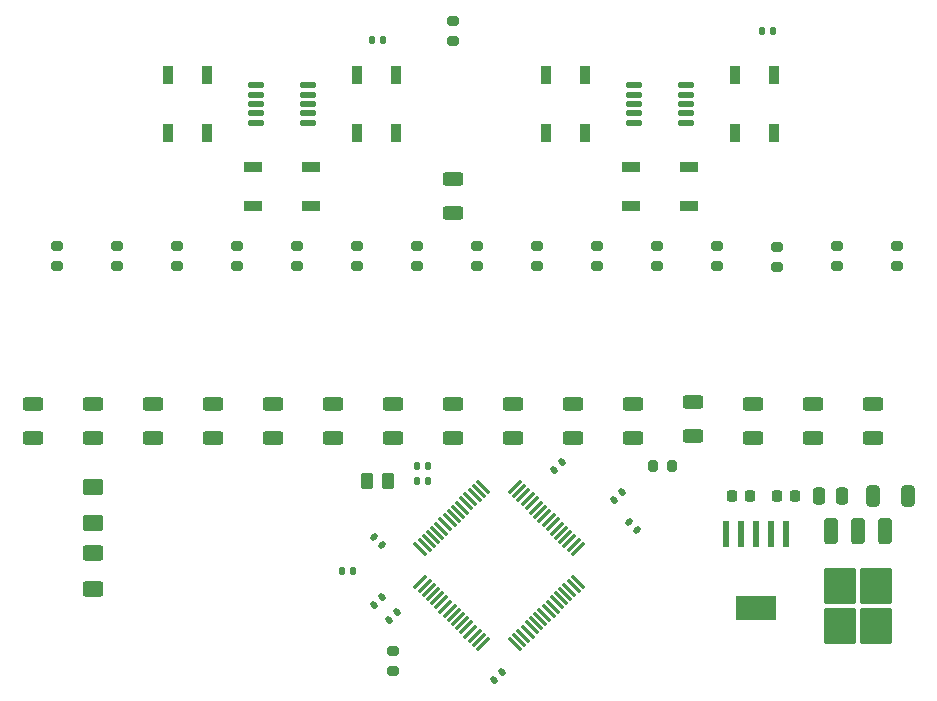
<source format=gbr>
%TF.GenerationSoftware,KiCad,Pcbnew,7.0.9*%
%TF.CreationDate,2024-05-14T12:43:38+09:00*%
%TF.ProjectId,04-line,30342d6c-696e-4652-9e6b-696361645f70,rev?*%
%TF.SameCoordinates,Original*%
%TF.FileFunction,Paste,Bot*%
%TF.FilePolarity,Positive*%
%FSLAX46Y46*%
G04 Gerber Fmt 4.6, Leading zero omitted, Abs format (unit mm)*
G04 Created by KiCad (PCBNEW 7.0.9) date 2024-05-14 12:43:38*
%MOMM*%
%LPD*%
G01*
G04 APERTURE LIST*
G04 Aperture macros list*
%AMRoundRect*
0 Rectangle with rounded corners*
0 $1 Rounding radius*
0 $2 $3 $4 $5 $6 $7 $8 $9 X,Y pos of 4 corners*
0 Add a 4 corners polygon primitive as box body*
4,1,4,$2,$3,$4,$5,$6,$7,$8,$9,$2,$3,0*
0 Add four circle primitives for the rounded corners*
1,1,$1+$1,$2,$3*
1,1,$1+$1,$4,$5*
1,1,$1+$1,$6,$7*
1,1,$1+$1,$8,$9*
0 Add four rect primitives between the rounded corners*
20,1,$1+$1,$2,$3,$4,$5,0*
20,1,$1+$1,$4,$5,$6,$7,0*
20,1,$1+$1,$6,$7,$8,$9,0*
20,1,$1+$1,$8,$9,$2,$3,0*%
G04 Aperture macros list end*
%ADD10RoundRect,0.140000X-0.140000X-0.170000X0.140000X-0.170000X0.140000X0.170000X-0.140000X0.170000X0*%
%ADD11R,0.900000X1.500000*%
%ADD12RoundRect,0.200000X-0.200000X-0.275000X0.200000X-0.275000X0.200000X0.275000X-0.200000X0.275000X0*%
%ADD13RoundRect,0.200000X0.275000X-0.200000X0.275000X0.200000X-0.275000X0.200000X-0.275000X-0.200000X0*%
%ADD14RoundRect,0.125000X0.575000X0.125000X-0.575000X0.125000X-0.575000X-0.125000X0.575000X-0.125000X0*%
%ADD15RoundRect,0.250001X0.624999X-0.462499X0.624999X0.462499X-0.624999X0.462499X-0.624999X-0.462499X0*%
%ADD16RoundRect,0.250000X0.325000X0.650000X-0.325000X0.650000X-0.325000X-0.650000X0.325000X-0.650000X0*%
%ADD17RoundRect,0.250000X0.625000X-0.312500X0.625000X0.312500X-0.625000X0.312500X-0.625000X-0.312500X0*%
%ADD18RoundRect,0.250000X0.625000X-0.400000X0.625000X0.400000X-0.625000X0.400000X-0.625000X-0.400000X0*%
%ADD19RoundRect,0.250000X-0.250000X-0.475000X0.250000X-0.475000X0.250000X0.475000X-0.250000X0.475000X0*%
%ADD20R,1.500000X0.900000*%
%ADD21RoundRect,0.250000X-0.262500X-0.450000X0.262500X-0.450000X0.262500X0.450000X-0.262500X0.450000X0*%
%ADD22R,0.600000X2.200000*%
%ADD23R,3.450000X2.150000*%
%ADD24RoundRect,0.140000X0.021213X-0.219203X0.219203X-0.021213X-0.021213X0.219203X-0.219203X0.021213X0*%
%ADD25RoundRect,0.140000X0.219203X0.021213X0.021213X0.219203X-0.219203X-0.021213X-0.021213X-0.219203X0*%
%ADD26RoundRect,0.140000X-0.021213X0.219203X-0.219203X0.021213X0.021213X-0.219203X0.219203X-0.021213X0*%
%ADD27RoundRect,0.075000X-0.548008X0.441942X0.441942X-0.548008X0.548008X-0.441942X-0.441942X0.548008X0*%
%ADD28RoundRect,0.075000X-0.548008X-0.441942X-0.441942X-0.548008X0.548008X0.441942X0.441942X0.548008X0*%
%ADD29RoundRect,0.225000X0.225000X0.250000X-0.225000X0.250000X-0.225000X-0.250000X0.225000X-0.250000X0*%
%ADD30RoundRect,0.250000X-0.350000X0.850000X-0.350000X-0.850000X0.350000X-0.850000X0.350000X0.850000X0*%
%ADD31RoundRect,0.250000X-1.125000X1.275000X-1.125000X-1.275000X1.125000X-1.275000X1.125000X1.275000X0*%
%ADD32RoundRect,0.140000X0.140000X0.170000X-0.140000X0.170000X-0.140000X-0.170000X0.140000X-0.170000X0*%
%ADD33RoundRect,0.140000X-0.219203X-0.021213X-0.021213X-0.219203X0.219203X0.021213X0.021213X0.219203X0*%
%ADD34RoundRect,0.225000X-0.225000X-0.250000X0.225000X-0.250000X0.225000X0.250000X-0.225000X0.250000X0*%
%ADD35RoundRect,0.200000X-0.275000X0.200000X-0.275000X-0.200000X0.275000X-0.200000X0.275000X0.200000X0*%
G04 APERTURE END LIST*
D10*
%TO.C,C15*%
X80800000Y-121920000D03*
X81760000Y-121920000D03*
%TD*%
D11*
%TO.C,D6*%
X75750500Y-87550000D03*
X79050500Y-87550000D03*
X79050500Y-92450000D03*
X75750500Y-92450000D03*
%TD*%
D12*
%TO.C,R26*%
X100775000Y-120650000D03*
X102425000Y-120650000D03*
%TD*%
D10*
%TO.C,C16*%
X80800000Y-120650000D03*
X81760000Y-120650000D03*
%TD*%
D13*
%TO.C,R9*%
X83820000Y-84645000D03*
X83820000Y-82995000D03*
%TD*%
D14*
%TO.C,U25*%
X71600500Y-88400000D03*
X71600500Y-89200000D03*
X71600500Y-90000000D03*
X71600500Y-90800000D03*
X71600500Y-91600000D03*
X67200500Y-91600000D03*
X67200500Y-90800000D03*
X67200500Y-90000000D03*
X67200500Y-89200000D03*
X67200500Y-88400000D03*
%TD*%
D15*
%TO.C,D3*%
X53340000Y-125439500D03*
X53340000Y-122464500D03*
%TD*%
D16*
%TO.C,C10*%
X122380000Y-123190000D03*
X119430000Y-123190000D03*
%TD*%
D17*
%TO.C,R14*%
X58420000Y-118302500D03*
X58420000Y-115377500D03*
%TD*%
D10*
%TO.C,C6*%
X110010000Y-83820000D03*
X110970000Y-83820000D03*
%TD*%
D17*
%TO.C,R30*%
X99060000Y-118302500D03*
X99060000Y-115377500D03*
%TD*%
D13*
%TO.C,R25*%
X121475000Y-103695000D03*
X121475000Y-102045000D03*
%TD*%
%TO.C,R4*%
X65595000Y-103695000D03*
X65595000Y-102045000D03*
%TD*%
D17*
%TO.C,R10*%
X78740000Y-118302500D03*
X78740000Y-115377500D03*
%TD*%
%TO.C,R34*%
X119380000Y-118302500D03*
X119380000Y-115377500D03*
%TD*%
D13*
%TO.C,R24*%
X116395000Y-103695000D03*
X116395000Y-102045000D03*
%TD*%
D18*
%TO.C,R27*%
X53340000Y-131090000D03*
X53340000Y-127990000D03*
%TD*%
D17*
%TO.C,R12*%
X68580000Y-118302500D03*
X68580000Y-115377500D03*
%TD*%
D13*
%TO.C,R7*%
X50355000Y-103695000D03*
X50355000Y-102045000D03*
%TD*%
%TO.C,R21*%
X101155000Y-103695000D03*
X101155000Y-102045000D03*
%TD*%
D17*
%TO.C,R33*%
X114300000Y-118302500D03*
X114300000Y-115377500D03*
%TD*%
%TO.C,R17*%
X83820000Y-118302500D03*
X83820000Y-115377500D03*
%TD*%
D13*
%TO.C,R23*%
X111315000Y-103755000D03*
X111315000Y-102105000D03*
%TD*%
D17*
%TO.C,R11*%
X73660000Y-118302500D03*
X73660000Y-115377500D03*
%TD*%
%TO.C,R18*%
X83820000Y-99252500D03*
X83820000Y-96327500D03*
%TD*%
%TO.C,R16*%
X48260000Y-118302500D03*
X48260000Y-115377500D03*
%TD*%
%TO.C,R32*%
X109220000Y-118302500D03*
X109220000Y-115377500D03*
%TD*%
D13*
%TO.C,R3*%
X70675000Y-103695000D03*
X70675000Y-102045000D03*
%TD*%
D19*
%TO.C,C9*%
X114875000Y-123190000D03*
X116775000Y-123190000D03*
%TD*%
D20*
%TO.C,D5*%
X71850500Y-95350000D03*
X71850500Y-98650000D03*
X66950500Y-98650000D03*
X66950500Y-95350000D03*
%TD*%
D21*
%TO.C,FB1*%
X76557500Y-121920000D03*
X78382500Y-121920000D03*
%TD*%
D11*
%TO.C,D8*%
X63050500Y-92450000D03*
X59750500Y-92450000D03*
X59750500Y-87550000D03*
X63050500Y-87550000D03*
%TD*%
D22*
%TO.C,U27*%
X106935000Y-126402500D03*
X108205000Y-126402500D03*
X109475000Y-126402500D03*
X110745000Y-126402500D03*
X112015000Y-126402500D03*
D23*
X109475000Y-132702500D03*
%TD*%
D24*
%TO.C,C4*%
X77130589Y-132419411D03*
X77809411Y-131740589D03*
%TD*%
D25*
%TO.C,C5*%
X77809411Y-127339411D03*
X77130589Y-126660589D03*
%TD*%
D26*
%TO.C,C12*%
X93049411Y-120310589D03*
X92370589Y-120989411D03*
%TD*%
D17*
%TO.C,R31*%
X104140000Y-118110000D03*
X104140000Y-115185000D03*
%TD*%
%TO.C,R28*%
X88900000Y-118302500D03*
X88900000Y-115377500D03*
%TD*%
D13*
%TO.C,R22*%
X106235000Y-103695000D03*
X106235000Y-102045000D03*
%TD*%
D27*
%TO.C,U24*%
X81083678Y-127707106D03*
X81437231Y-127353553D03*
X81790784Y-127000000D03*
X82144338Y-126646446D03*
X82497891Y-126292893D03*
X82851445Y-125939339D03*
X83204998Y-125585786D03*
X83558551Y-125232233D03*
X83912105Y-124878679D03*
X84265658Y-124525126D03*
X84619211Y-124171573D03*
X84972765Y-123818019D03*
X85326318Y-123464466D03*
X85679872Y-123110912D03*
X86033425Y-122757359D03*
X86386978Y-122403806D03*
D28*
X89109340Y-122403806D03*
X89462893Y-122757359D03*
X89816446Y-123110912D03*
X90170000Y-123464466D03*
X90523553Y-123818019D03*
X90877107Y-124171573D03*
X91230660Y-124525126D03*
X91584213Y-124878679D03*
X91937767Y-125232233D03*
X92291320Y-125585786D03*
X92644873Y-125939339D03*
X92998427Y-126292893D03*
X93351980Y-126646446D03*
X93705534Y-127000000D03*
X94059087Y-127353553D03*
X94412640Y-127707106D03*
D27*
X94412640Y-130429468D03*
X94059087Y-130783021D03*
X93705534Y-131136574D03*
X93351980Y-131490128D03*
X92998427Y-131843681D03*
X92644873Y-132197235D03*
X92291320Y-132550788D03*
X91937767Y-132904341D03*
X91584213Y-133257895D03*
X91230660Y-133611448D03*
X90877107Y-133965001D03*
X90523553Y-134318555D03*
X90170000Y-134672108D03*
X89816446Y-135025662D03*
X89462893Y-135379215D03*
X89109340Y-135732768D03*
D28*
X86386978Y-135732768D03*
X86033425Y-135379215D03*
X85679872Y-135025662D03*
X85326318Y-134672108D03*
X84972765Y-134318555D03*
X84619211Y-133965001D03*
X84265658Y-133611448D03*
X83912105Y-133257895D03*
X83558551Y-132904341D03*
X83204998Y-132550788D03*
X82851445Y-132197235D03*
X82497891Y-131843681D03*
X82144338Y-131490128D03*
X81790784Y-131136574D03*
X81437231Y-130783021D03*
X81083678Y-130429468D03*
%TD*%
D29*
%TO.C,C8*%
X112790000Y-123190000D03*
X111240000Y-123190000D03*
%TD*%
D11*
%TO.C,D4*%
X95050500Y-92450000D03*
X91750500Y-92450000D03*
X91750500Y-87550000D03*
X95050500Y-87550000D03*
%TD*%
D26*
%TO.C,C14*%
X79079411Y-133010589D03*
X78400589Y-133689411D03*
%TD*%
D13*
%TO.C,R8*%
X85915000Y-103695000D03*
X85915000Y-102045000D03*
%TD*%
D24*
%TO.C,C2*%
X97450589Y-123529411D03*
X98129411Y-122850589D03*
%TD*%
D17*
%TO.C,R29*%
X93980000Y-118302500D03*
X93980000Y-115377500D03*
%TD*%
D13*
%TO.C,R20*%
X96075000Y-103695000D03*
X96075000Y-102045000D03*
%TD*%
D10*
%TO.C,C3*%
X76990000Y-84582000D03*
X77950000Y-84582000D03*
%TD*%
D13*
%TO.C,R5*%
X60515000Y-103695000D03*
X60515000Y-102045000D03*
%TD*%
D30*
%TO.C,U28*%
X115830000Y-126185000D03*
X118110000Y-126185000D03*
D31*
X119635000Y-130810000D03*
X116585000Y-130810000D03*
X119635000Y-134160000D03*
X116585000Y-134160000D03*
D30*
X120390000Y-126185000D03*
%TD*%
D32*
%TO.C,C1*%
X75410000Y-129540000D03*
X74450000Y-129540000D03*
%TD*%
D13*
%TO.C,R19*%
X90995000Y-103695000D03*
X90995000Y-102045000D03*
%TD*%
D24*
%TO.C,C13*%
X87290589Y-138769411D03*
X87969411Y-138090589D03*
%TD*%
D13*
%TO.C,R1*%
X80835000Y-103695000D03*
X80835000Y-102045000D03*
%TD*%
D17*
%TO.C,R13*%
X63500000Y-118302500D03*
X63500000Y-115377500D03*
%TD*%
D14*
%TO.C,U26*%
X103600500Y-88400000D03*
X103600500Y-89200000D03*
X103600500Y-90000000D03*
X103600500Y-90800000D03*
X103600500Y-91600000D03*
X99200500Y-91600000D03*
X99200500Y-90800000D03*
X99200500Y-90000000D03*
X99200500Y-89200000D03*
X99200500Y-88400000D03*
%TD*%
D11*
%TO.C,D2*%
X107750500Y-87550000D03*
X111050500Y-87550000D03*
X111050500Y-92450000D03*
X107750500Y-92450000D03*
%TD*%
D33*
%TO.C,C11*%
X98720589Y-125390589D03*
X99399411Y-126069411D03*
%TD*%
D34*
%TO.C,C7*%
X107430000Y-123190000D03*
X108980000Y-123190000D03*
%TD*%
D35*
%TO.C,R37*%
X78740000Y-136335000D03*
X78740000Y-137985000D03*
%TD*%
D13*
%TO.C,R6*%
X55435000Y-103695000D03*
X55435000Y-102045000D03*
%TD*%
D20*
%TO.C,D1*%
X103850500Y-95350000D03*
X103850500Y-98650000D03*
X98950500Y-98650000D03*
X98950500Y-95350000D03*
%TD*%
D17*
%TO.C,R15*%
X53340000Y-118302500D03*
X53340000Y-115377500D03*
%TD*%
D13*
%TO.C,R2*%
X75755000Y-103695000D03*
X75755000Y-102045000D03*
%TD*%
M02*

</source>
